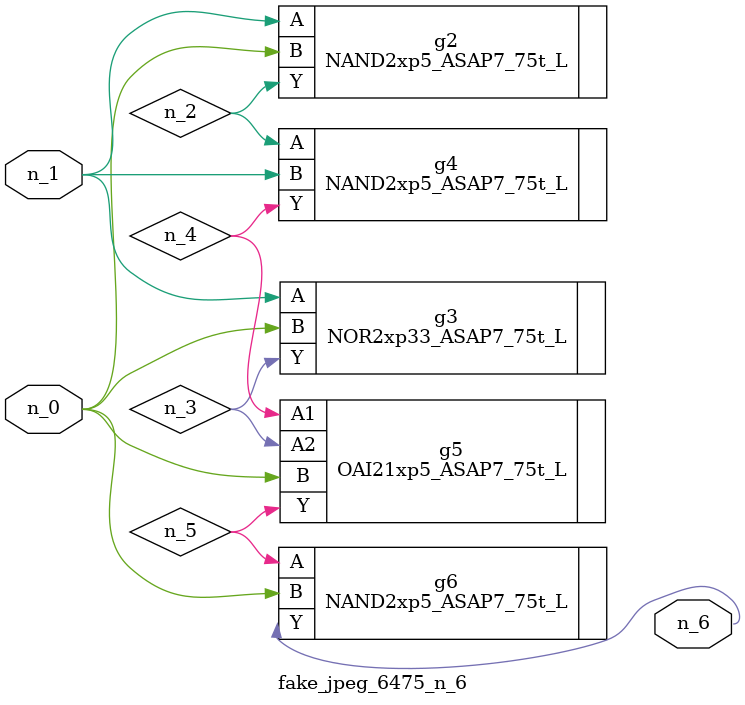
<source format=v>
module fake_jpeg_6475_n_6 (n_0, n_1, n_6);

input n_0;
input n_1;

output n_6;

wire n_3;
wire n_2;
wire n_4;
wire n_5;

NAND2xp5_ASAP7_75t_L g2 ( 
.A(n_1),
.B(n_0),
.Y(n_2)
);

NOR2xp33_ASAP7_75t_L g3 ( 
.A(n_1),
.B(n_0),
.Y(n_3)
);

NAND2xp5_ASAP7_75t_L g4 ( 
.A(n_2),
.B(n_1),
.Y(n_4)
);

OAI21xp5_ASAP7_75t_L g5 ( 
.A1(n_4),
.A2(n_3),
.B(n_0),
.Y(n_5)
);

NAND2xp5_ASAP7_75t_L g6 ( 
.A(n_5),
.B(n_0),
.Y(n_6)
);


endmodule
</source>
